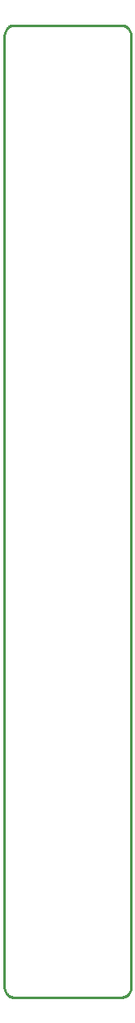
<source format=gbr>
G04 EAGLE Gerber RS-274X export*
G75*
%MOMM*%
%FSLAX34Y34*%
%LPD*%
%IN*%
%IPPOS*%
%AMOC8*
5,1,8,0,0,1.08239X$1,22.5*%
G01*
%ADD10C,0.254000*%


D10*
X0Y10000D02*
X38Y9128D01*
X152Y8264D01*
X341Y7412D01*
X603Y6580D01*
X937Y5774D01*
X1340Y5000D01*
X1808Y4264D01*
X2340Y3572D01*
X2929Y2929D01*
X3572Y2340D01*
X4264Y1808D01*
X5000Y1340D01*
X5774Y937D01*
X6580Y603D01*
X7412Y341D01*
X8264Y152D01*
X9128Y38D01*
X10000Y0D01*
X120000Y0D01*
X120872Y38D01*
X121736Y152D01*
X122588Y341D01*
X123420Y603D01*
X124226Y937D01*
X125000Y1340D01*
X125736Y1808D01*
X126428Y2340D01*
X127071Y2929D01*
X127660Y3572D01*
X128192Y4264D01*
X128660Y5000D01*
X129063Y5774D01*
X129397Y6580D01*
X129659Y7412D01*
X129848Y8264D01*
X129962Y9128D01*
X130000Y10000D01*
X130000Y990000D01*
X129962Y990872D01*
X129848Y991736D01*
X129659Y992588D01*
X129397Y993420D01*
X129063Y994226D01*
X128660Y995000D01*
X128192Y995736D01*
X127660Y996428D01*
X127071Y997071D01*
X126428Y997660D01*
X125736Y998192D01*
X125000Y998660D01*
X124226Y999063D01*
X123420Y999397D01*
X122588Y999659D01*
X121736Y999848D01*
X120872Y999962D01*
X120000Y1000000D01*
X10000Y1000000D01*
X9128Y999962D01*
X8264Y999848D01*
X7412Y999659D01*
X6580Y999397D01*
X5774Y999063D01*
X5000Y998660D01*
X4264Y998192D01*
X3572Y997660D01*
X2929Y997071D01*
X2340Y996428D01*
X1808Y995736D01*
X1340Y995000D01*
X937Y994226D01*
X603Y993420D01*
X341Y992588D01*
X152Y991736D01*
X38Y990872D01*
X0Y990000D01*
X0Y10000D01*
M02*

</source>
